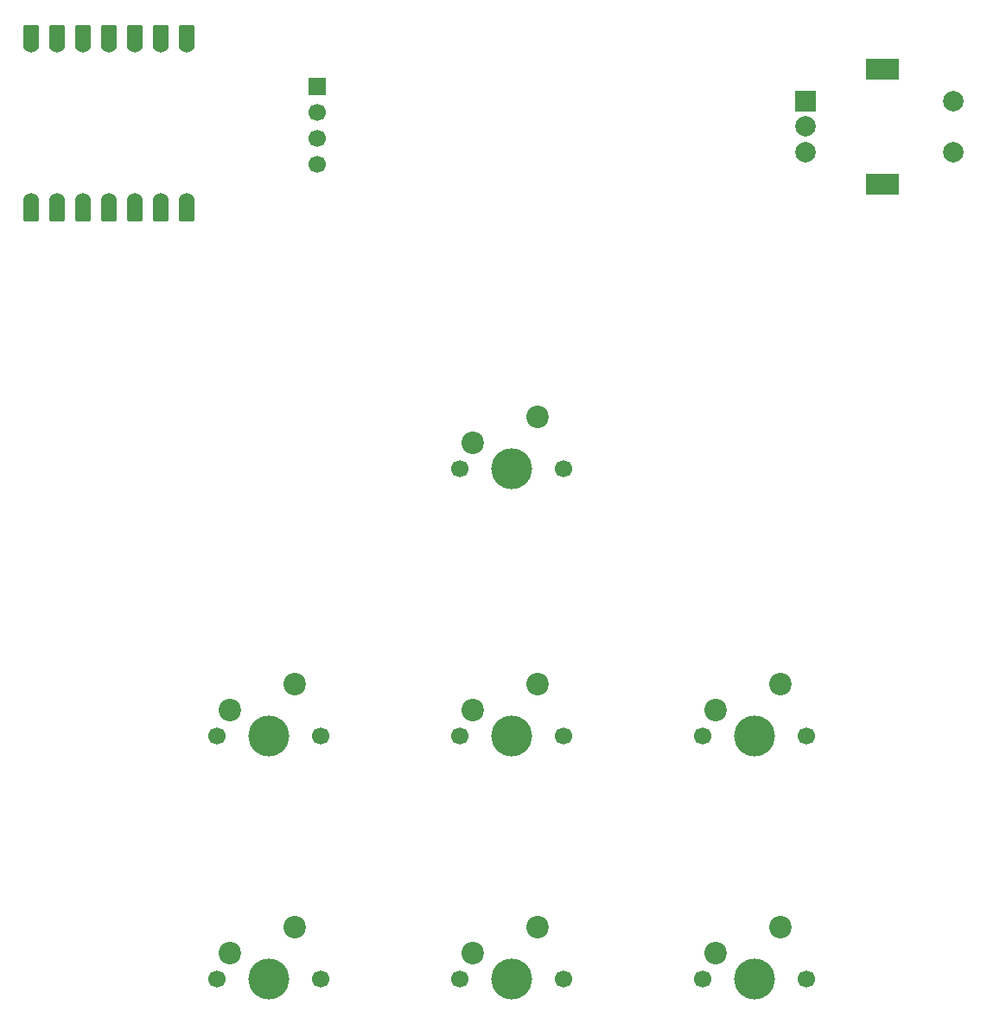
<source format=gbr>
%TF.GenerationSoftware,KiCad,Pcbnew,9.0.6*%
%TF.CreationDate,2025-11-29T00:05:12+05:00*%
%TF.ProjectId,_autosave-hackpad,5f617574-6f73-4617-9665-2d6861636b70,rev?*%
%TF.SameCoordinates,Original*%
%TF.FileFunction,Soldermask,Top*%
%TF.FilePolarity,Negative*%
%FSLAX46Y46*%
G04 Gerber Fmt 4.6, Leading zero omitted, Abs format (unit mm)*
G04 Created by KiCad (PCBNEW 9.0.6) date 2025-11-29 00:05:12*
%MOMM*%
%LPD*%
G01*
G04 APERTURE LIST*
G04 Aperture macros list*
%AMRoundRect*
0 Rectangle with rounded corners*
0 $1 Rounding radius*
0 $2 $3 $4 $5 $6 $7 $8 $9 X,Y pos of 4 corners*
0 Add a 4 corners polygon primitive as box body*
4,1,4,$2,$3,$4,$5,$6,$7,$8,$9,$2,$3,0*
0 Add four circle primitives for the rounded corners*
1,1,$1+$1,$2,$3*
1,1,$1+$1,$4,$5*
1,1,$1+$1,$6,$7*
1,1,$1+$1,$8,$9*
0 Add four rect primitives between the rounded corners*
20,1,$1+$1,$2,$3,$4,$5,0*
20,1,$1+$1,$4,$5,$6,$7,0*
20,1,$1+$1,$6,$7,$8,$9,0*
20,1,$1+$1,$8,$9,$2,$3,0*%
G04 Aperture macros list end*
%ADD10C,1.700000*%
%ADD11R,1.700000X1.700000*%
%ADD12C,4.000000*%
%ADD13C,2.200000*%
%ADD14RoundRect,0.152400X0.609600X-1.063600X0.609600X1.063600X-0.609600X1.063600X-0.609600X-1.063600X0*%
%ADD15C,1.524000*%
%ADD16RoundRect,0.152400X-0.609600X1.063600X-0.609600X-1.063600X0.609600X-1.063600X0.609600X1.063600X0*%
%ADD17R,2.000000X2.000000*%
%ADD18C,2.000000*%
%ADD19R,3.200000X2.000000*%
G04 APERTURE END LIST*
D10*
%TO.C,VCC1*%
X119062500Y-60722500D03*
X119062500Y-58182500D03*
X119062500Y-55642500D03*
D11*
X119062500Y-53102500D03*
%TD*%
D10*
%TO.C,SW6*%
X156845000Y-140493750D03*
D12*
X161925000Y-140493750D03*
D10*
X167005000Y-140493750D03*
D13*
X164465000Y-135413750D03*
X158115000Y-137953750D03*
%TD*%
D10*
%TO.C,SW3*%
X156845000Y-116681250D03*
D12*
X161925000Y-116681250D03*
D10*
X167005000Y-116681250D03*
D13*
X164465000Y-111601250D03*
X158115000Y-114141250D03*
%TD*%
D10*
%TO.C,SW4*%
X109220000Y-140493750D03*
D12*
X114300000Y-140493750D03*
D10*
X119380000Y-140493750D03*
D13*
X116840000Y-135413750D03*
X110490000Y-137953750D03*
%TD*%
D14*
%TO.C,U1*%
X91048500Y-48245000D03*
D15*
X91048500Y-49080000D03*
D14*
X93588500Y-48245000D03*
D15*
X93588500Y-49080000D03*
D14*
X96128500Y-48245000D03*
D15*
X96128500Y-49080000D03*
D14*
X98668500Y-48245000D03*
D15*
X98668500Y-49080000D03*
D14*
X101208500Y-48245000D03*
D15*
X101208500Y-49080000D03*
D14*
X103748500Y-48245000D03*
D15*
X103748500Y-49080000D03*
D14*
X106288500Y-48245000D03*
D15*
X106288500Y-49080000D03*
X106288500Y-64320000D03*
D16*
X106288500Y-65155000D03*
D15*
X103748500Y-64320000D03*
D16*
X103748500Y-65155000D03*
D15*
X101208500Y-64320000D03*
D16*
X101208500Y-65155000D03*
D15*
X98668500Y-64320000D03*
D16*
X98668500Y-65155000D03*
D15*
X96128500Y-64320000D03*
D16*
X96128500Y-65155000D03*
D15*
X93588500Y-64320000D03*
D16*
X93588500Y-65155000D03*
D15*
X91048500Y-64320000D03*
D16*
X91048500Y-65155000D03*
%TD*%
D17*
%TO.C,ENC1*%
X166898750Y-54531250D03*
D18*
X166898750Y-59531250D03*
X166898750Y-57031250D03*
D19*
X174398750Y-51431250D03*
X174398750Y-62631250D03*
D18*
X181398750Y-59531250D03*
X181398750Y-54531250D03*
%TD*%
D10*
%TO.C,SW2*%
X133032500Y-116681250D03*
D12*
X138112500Y-116681250D03*
D10*
X143192500Y-116681250D03*
D13*
X140652500Y-111601250D03*
X134302500Y-114141250D03*
%TD*%
D10*
%TO.C,SW1*%
X109220000Y-116681250D03*
D12*
X114300000Y-116681250D03*
D10*
X119380000Y-116681250D03*
D13*
X116840000Y-111601250D03*
X110490000Y-114141250D03*
%TD*%
D10*
%TO.C,SW7*%
X133032500Y-90487500D03*
D12*
X138112500Y-90487500D03*
D10*
X143192500Y-90487500D03*
D13*
X140652500Y-85407500D03*
X134302500Y-87947500D03*
%TD*%
D10*
%TO.C,SW5*%
X133032500Y-140493750D03*
D12*
X138112500Y-140493750D03*
D10*
X143192500Y-140493750D03*
D13*
X140652500Y-135413750D03*
X134302500Y-137953750D03*
%TD*%
M02*

</source>
